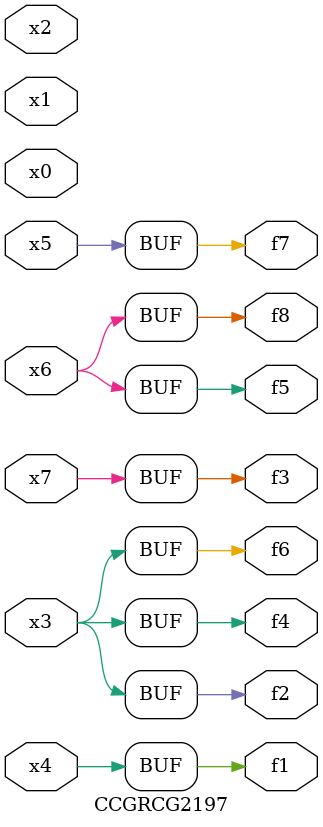
<source format=v>
module CCGRCG2197(
	input x0, x1, x2, x3, x4, x5, x6, x7,
	output f1, f2, f3, f4, f5, f6, f7, f8
);
	assign f1 = x4;
	assign f2 = x3;
	assign f3 = x7;
	assign f4 = x3;
	assign f5 = x6;
	assign f6 = x3;
	assign f7 = x5;
	assign f8 = x6;
endmodule

</source>
